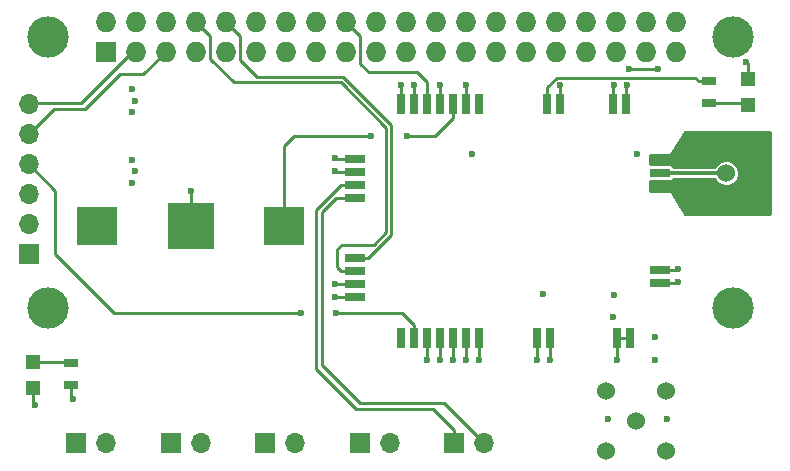
<source format=gbr>
G04 #@! TF.FileFunction,Copper,L1,Top,Signal*
%FSLAX46Y46*%
G04 Gerber Fmt 4.6, Leading zero omitted, Abs format (unit mm)*
G04 Created by KiCad (PCBNEW 4.0.7) date 10/01/17 15:58:34*
%MOMM*%
%LPD*%
G01*
G04 APERTURE LIST*
%ADD10C,0.100000*%
%ADD11C,3.500000*%
%ADD12R,0.750000X1.800000*%
%ADD13R,1.800000X0.750000*%
%ADD14R,1.727200X1.727200*%
%ADD15O,1.727200X1.727200*%
%ADD16R,1.200000X1.200000*%
%ADD17C,1.524000*%
%ADD18R,3.500000X3.300000*%
%ADD19R,4.000000X4.000000*%
%ADD20R,1.700000X1.700000*%
%ADD21O,1.700000X1.700000*%
%ADD22R,1.300000X0.700000*%
%ADD23C,0.600000*%
%ADD24C,0.250000*%
%ADD25C,0.380000*%
%ADD26C,0.150000*%
%ADD27C,0.254000*%
G04 APERTURE END LIST*
D10*
D11*
X113500000Y-86500000D03*
X113500000Y-63500000D03*
X171500000Y-63500000D03*
X171500000Y-86500000D03*
D12*
X143396000Y-89024000D03*
X144496000Y-89024000D03*
X145596000Y-89024000D03*
X146696000Y-89024000D03*
X147796000Y-89024000D03*
X154896000Y-89024000D03*
X155996000Y-89024000D03*
X161696000Y-89024000D03*
X162796000Y-89024000D03*
D13*
X165296000Y-73924000D03*
X165296000Y-75024000D03*
X165296000Y-76124000D03*
X165296000Y-83224000D03*
X165296000Y-84324000D03*
D12*
X143396000Y-69224000D03*
X144496000Y-69224000D03*
X145596000Y-69224000D03*
X146696000Y-69224000D03*
X147796000Y-69224000D03*
X148896000Y-69224000D03*
X148896000Y-89024000D03*
X149996000Y-89024000D03*
X155796000Y-69224000D03*
X149996000Y-69224000D03*
X156896000Y-69224000D03*
X161396000Y-69224000D03*
X162496000Y-69224000D03*
D13*
X139496000Y-73824000D03*
X139496000Y-74924000D03*
X139496000Y-76024000D03*
X139496000Y-77124000D03*
X139496000Y-82224000D03*
X139496000Y-83324000D03*
X139496000Y-84424000D03*
X139496000Y-85524000D03*
D14*
X118390000Y-64750000D03*
D15*
X118390000Y-62210000D03*
X120930000Y-64750000D03*
X120930000Y-62210000D03*
X123470000Y-64750000D03*
X123470000Y-62210000D03*
X126010000Y-64750000D03*
X126010000Y-62210000D03*
X128550000Y-64750000D03*
X128550000Y-62210000D03*
X131090000Y-64750000D03*
X131090000Y-62210000D03*
X133630000Y-64750000D03*
X133630000Y-62210000D03*
X136170000Y-64750000D03*
X136170000Y-62210000D03*
X138710000Y-64750000D03*
X138710000Y-62210000D03*
X141250000Y-64750000D03*
X141250000Y-62210000D03*
X143790000Y-64750000D03*
X143790000Y-62210000D03*
X146330000Y-64750000D03*
X146330000Y-62210000D03*
X148870000Y-64750000D03*
X148870000Y-62210000D03*
X151410000Y-64750000D03*
X151410000Y-62210000D03*
X153950000Y-64750000D03*
X153950000Y-62210000D03*
X156490000Y-64750000D03*
X156490000Y-62210000D03*
X159030000Y-64750000D03*
X159030000Y-62210000D03*
X161570000Y-64750000D03*
X161570000Y-62210000D03*
X164110000Y-64750000D03*
X164110000Y-62210000D03*
X166650000Y-64750000D03*
X166650000Y-62210000D03*
D16*
X112250000Y-91050000D03*
X112250000Y-93250000D03*
X172750000Y-69250000D03*
X172750000Y-67050000D03*
D17*
X160778000Y-98555000D03*
X160778000Y-93475000D03*
X165858000Y-98555000D03*
X165858000Y-93475000D03*
X163318000Y-96015000D03*
X173478000Y-77600000D03*
X168398000Y-77600000D03*
X173478000Y-72520000D03*
X168398000Y-72520000D03*
X170938000Y-75060000D03*
D18*
X117700000Y-79500000D03*
X133500000Y-79500000D03*
D19*
X125600000Y-79500000D03*
D20*
X115900000Y-97900000D03*
D21*
X118440000Y-97900000D03*
D20*
X111900000Y-81900000D03*
D21*
X111900000Y-79360000D03*
X111900000Y-76820000D03*
X111900000Y-74280000D03*
X111900000Y-71740000D03*
X111900000Y-69200000D03*
D20*
X147900000Y-97900000D03*
D21*
X150440000Y-97900000D03*
D20*
X123900000Y-97900000D03*
D21*
X126440000Y-97900000D03*
D20*
X131900000Y-97900000D03*
D21*
X134440000Y-97900000D03*
D20*
X139900000Y-97900000D03*
D21*
X142440000Y-97900000D03*
D22*
X115500000Y-93000000D03*
X115500000Y-91100000D03*
X169500000Y-67250000D03*
X169500000Y-69150000D03*
D23*
X112400000Y-94650000D03*
X172650000Y-65650000D03*
X165900000Y-95900000D03*
X160900000Y-95900000D03*
X161333000Y-87251000D03*
X164900000Y-88900000D03*
X164900000Y-90900000D03*
X161400000Y-85400000D03*
X163400000Y-73400000D03*
X149400000Y-73400000D03*
X125600000Y-76600000D03*
X143400000Y-67600000D03*
X137800000Y-74900000D03*
X137800000Y-84400000D03*
X145600000Y-90900000D03*
X146700000Y-90900000D03*
X148900000Y-90900000D03*
X150000000Y-90900000D03*
X156000000Y-90900000D03*
X161700000Y-90900000D03*
X166900000Y-84300000D03*
X166900000Y-83200000D03*
X166900000Y-76100000D03*
X166900000Y-73900000D03*
X162500000Y-67600000D03*
X161400000Y-67600000D03*
X156900000Y-67600000D03*
X148900000Y-67600000D03*
X146700000Y-67600000D03*
X120650000Y-75900000D03*
X120650000Y-73900000D03*
X120900000Y-74900000D03*
X120650000Y-69900000D03*
X120650000Y-67900000D03*
X120900000Y-68900000D03*
X115650000Y-94150000D03*
X155400000Y-85300000D03*
X144500000Y-67600000D03*
X137800000Y-73800000D03*
X137800000Y-85500000D03*
X147800000Y-90900000D03*
X154900000Y-90900000D03*
X134900000Y-86900000D03*
X137900000Y-86900000D03*
X143900000Y-71900000D03*
X140900000Y-71900000D03*
X165199809Y-66253720D03*
X162745761Y-66208483D03*
D24*
X112250000Y-93250000D02*
X112250000Y-94500000D01*
X112250000Y-94500000D02*
X112400000Y-94650000D01*
X172750000Y-67050000D02*
X172750000Y-65750000D01*
X172750000Y-65750000D02*
X172650000Y-65650000D01*
X125600000Y-79500000D02*
X125600000Y-76600000D01*
X143396000Y-69224000D02*
X143396000Y-67604000D01*
X143396000Y-67604000D02*
X143400000Y-67600000D01*
X139496000Y-74924000D02*
X137824000Y-74924000D01*
X137824000Y-74924000D02*
X137800000Y-74900000D01*
X139496000Y-84424000D02*
X137824000Y-84424000D01*
X137824000Y-84424000D02*
X137800000Y-84400000D01*
X145596000Y-89024000D02*
X145596000Y-90896000D01*
X145596000Y-90896000D02*
X145600000Y-90900000D01*
X146696000Y-89024000D02*
X146696000Y-90896000D01*
X146696000Y-90896000D02*
X146700000Y-90900000D01*
X148896000Y-89024000D02*
X148896000Y-90896000D01*
X148896000Y-90896000D02*
X148900000Y-90900000D01*
X149996000Y-89024000D02*
X149996000Y-90896000D01*
X149996000Y-90896000D02*
X150000000Y-90900000D01*
X155996000Y-89024000D02*
X155996000Y-90896000D01*
X155996000Y-90896000D02*
X156000000Y-90900000D01*
X161696000Y-89024000D02*
X161696000Y-90896000D01*
X161696000Y-90896000D02*
X161700000Y-90900000D01*
X162796000Y-89024000D02*
X161696000Y-89024000D01*
X165296000Y-84324000D02*
X166876000Y-84324000D01*
X166876000Y-84324000D02*
X166900000Y-84300000D01*
X165296000Y-83224000D02*
X166876000Y-83224000D01*
X166876000Y-83224000D02*
X166900000Y-83200000D01*
X165296000Y-76124000D02*
X166876000Y-76124000D01*
X166876000Y-76124000D02*
X166900000Y-76100000D01*
X165296000Y-73924000D02*
X166876000Y-73924000D01*
X166876000Y-73924000D02*
X166900000Y-73900000D01*
X162496000Y-69224000D02*
X162496000Y-67604000D01*
X162496000Y-67604000D02*
X162500000Y-67600000D01*
X161396000Y-69224000D02*
X161396000Y-67604000D01*
X161396000Y-67604000D02*
X161400000Y-67600000D01*
X156896000Y-69224000D02*
X156896000Y-67604000D01*
X156896000Y-67604000D02*
X156900000Y-67600000D01*
X148896000Y-69224000D02*
X148896000Y-67604000D01*
X148896000Y-67604000D02*
X148900000Y-67600000D01*
X146696000Y-69224000D02*
X146696000Y-67604000D01*
X146696000Y-67604000D02*
X146700000Y-67600000D01*
X115500000Y-93000000D02*
X115500000Y-94000000D01*
X115500000Y-94000000D02*
X115650000Y-94150000D01*
X144496000Y-69224000D02*
X144496000Y-67604000D01*
X144496000Y-67604000D02*
X144500000Y-67600000D01*
X139496000Y-73824000D02*
X137824000Y-73824000D01*
X137824000Y-73824000D02*
X137800000Y-73800000D01*
X139496000Y-85524000D02*
X137824000Y-85524000D01*
X137824000Y-85524000D02*
X137800000Y-85500000D01*
X147796000Y-89024000D02*
X147796000Y-90896000D01*
X147796000Y-90896000D02*
X147800000Y-90900000D01*
X154896000Y-89024000D02*
X154896000Y-90896000D01*
X154896000Y-90896000D02*
X154900000Y-90900000D01*
X165420646Y-66980503D02*
X165426150Y-66974999D01*
X168324999Y-66974999D02*
X168600000Y-67250000D01*
X155796000Y-69224000D02*
X155796000Y-67778998D01*
X164492683Y-66980503D02*
X165420646Y-66980503D01*
X155796000Y-67778998D02*
X156599999Y-66974999D01*
X156599999Y-66974999D02*
X164487179Y-66974999D01*
X165426150Y-66974999D02*
X168324999Y-66974999D01*
X164487179Y-66974999D02*
X164492683Y-66980503D01*
X168600000Y-67250000D02*
X169500000Y-67250000D01*
X139496000Y-77124000D02*
X137898740Y-77124000D01*
X136699585Y-78323155D02*
X136699585Y-91299585D01*
X139949989Y-94549989D02*
X147089990Y-94549990D01*
X137898740Y-77124000D02*
X136699585Y-78323155D01*
X136699585Y-91299585D02*
X139949989Y-94549989D01*
X149590001Y-97050001D02*
X150440000Y-97900000D01*
X147089990Y-94549990D02*
X149590001Y-97050001D01*
D25*
X165296000Y-75024000D02*
X170902000Y-75024000D01*
X170902000Y-75024000D02*
X170938000Y-75060000D01*
D26*
X170847600Y-74500000D02*
X171000000Y-74500000D01*
D24*
X134900000Y-86900000D02*
X119150000Y-86900000D01*
X119150000Y-86900000D02*
X114150000Y-81900000D01*
X114150000Y-81900000D02*
X114150000Y-76530000D01*
X114150000Y-76530000D02*
X111900000Y-74280000D01*
X144496000Y-89024000D02*
X144496000Y-87874000D01*
X144496000Y-87874000D02*
X143522000Y-86900000D01*
X143522000Y-86900000D02*
X137900000Y-86900000D01*
X116666410Y-69650000D02*
X113990000Y-69650000D01*
X113990000Y-69650000D02*
X111900000Y-71740000D01*
X121561795Y-66658205D02*
X119658205Y-66658205D01*
X119658205Y-66658205D02*
X116666410Y-69650000D01*
X123470000Y-64750000D02*
X121561795Y-66658205D01*
X111900000Y-69200000D02*
X111950948Y-69149052D01*
X111950948Y-69149052D02*
X116275263Y-69149052D01*
X116275263Y-69149052D02*
X120674315Y-64750000D01*
X120674315Y-64750000D02*
X120930000Y-64750000D01*
X139496000Y-83324000D02*
X138346000Y-83324000D01*
X138400000Y-81100000D02*
X141100000Y-81100000D01*
X138346000Y-83324000D02*
X138000000Y-82978000D01*
X142149990Y-71186400D02*
X138313600Y-67350010D01*
X138000000Y-82978000D02*
X138000000Y-81500000D01*
X138000000Y-81500000D02*
X138400000Y-81100000D01*
X142149990Y-80050010D02*
X142149990Y-71186400D01*
X126873599Y-63073599D02*
X126010000Y-62210000D01*
X141100000Y-81100000D02*
X142149990Y-80050010D01*
X138313600Y-67350010D02*
X129228082Y-67350010D01*
X129228082Y-67350010D02*
X127259369Y-65381297D01*
X127259369Y-65381297D02*
X127259369Y-63459369D01*
X127259369Y-63459369D02*
X126873599Y-63073599D01*
X139496000Y-82224000D02*
X140646000Y-82224000D01*
X140646000Y-82224000D02*
X142600000Y-80270000D01*
X142600000Y-80270000D02*
X142600000Y-71000000D01*
X142600000Y-71000000D02*
X138500000Y-66900000D01*
X138500000Y-66900000D02*
X131200000Y-66900000D01*
X131200000Y-66900000D02*
X129800000Y-65500000D01*
X129800000Y-65500000D02*
X129800000Y-63460000D01*
X129800000Y-63460000D02*
X128550000Y-62210000D01*
X133500000Y-79500000D02*
X133500000Y-72736958D01*
X133500000Y-72736958D02*
X134336958Y-71900000D01*
X134336958Y-71900000D02*
X140900000Y-71900000D01*
X143900000Y-71900000D02*
X146270000Y-71900000D01*
X146270000Y-71900000D02*
X147796000Y-70374000D01*
X147796000Y-70374000D02*
X147796000Y-69224000D01*
X139496000Y-76024000D02*
X138346000Y-76024000D01*
X138346000Y-76024000D02*
X136234144Y-78135856D01*
X136234144Y-78135856D02*
X136234144Y-91634144D01*
X136234144Y-91634144D02*
X139600000Y-95000000D01*
X139600000Y-95000000D02*
X146133759Y-95000000D01*
X146133759Y-95000000D02*
X147900000Y-96766241D01*
X147900000Y-96766241D02*
X147900000Y-97900000D01*
X145596000Y-69224000D02*
X145596000Y-67373344D01*
X145596000Y-67373344D02*
X144722656Y-66500000D01*
X144722656Y-66500000D02*
X140658461Y-66500000D01*
X140658461Y-66500000D02*
X139976512Y-65818051D01*
X139976512Y-63476512D02*
X139573599Y-63073599D01*
X139976512Y-65818051D02*
X139976512Y-63476512D01*
X139573599Y-63073599D02*
X138710000Y-62210000D01*
X165154572Y-66208483D02*
X165199809Y-66253720D01*
X162745761Y-66208483D02*
X165154572Y-66208483D01*
X112250000Y-91050000D02*
X115450000Y-91050000D01*
X115450000Y-91050000D02*
X115500000Y-91100000D01*
X169500000Y-69150000D02*
X172650000Y-69150000D01*
X172650000Y-69150000D02*
X172750000Y-69250000D01*
D27*
G36*
X174648000Y-78523000D02*
X167470390Y-78523000D01*
X166257696Y-76582690D01*
X166223024Y-76546094D01*
X166176845Y-76525870D01*
X166150000Y-76523000D01*
X164527000Y-76523000D01*
X164527000Y-75732406D01*
X166196000Y-75732406D01*
X166317179Y-75709605D01*
X166428474Y-75637988D01*
X166494743Y-75541000D01*
X169958445Y-75541000D01*
X170014252Y-75676063D01*
X170320326Y-75982671D01*
X170720434Y-76148811D01*
X171153665Y-76149189D01*
X171554063Y-75983748D01*
X171860671Y-75677674D01*
X172026811Y-75277566D01*
X172027189Y-74844335D01*
X171861748Y-74443937D01*
X171555674Y-74137329D01*
X171155566Y-73971189D01*
X170722335Y-73970811D01*
X170321937Y-74136252D01*
X170015329Y-74442326D01*
X169988474Y-74507000D01*
X166493207Y-74507000D01*
X166434988Y-74416526D01*
X166325714Y-74341862D01*
X166196000Y-74315594D01*
X164527000Y-74315594D01*
X164527000Y-73527000D01*
X166150000Y-73527000D01*
X166199410Y-73516994D01*
X166241035Y-73488553D01*
X166257696Y-73467310D01*
X167470390Y-71527000D01*
X174648000Y-71527000D01*
X174648000Y-78523000D01*
X174648000Y-78523000D01*
G37*
X174648000Y-78523000D02*
X167470390Y-78523000D01*
X166257696Y-76582690D01*
X166223024Y-76546094D01*
X166176845Y-76525870D01*
X166150000Y-76523000D01*
X164527000Y-76523000D01*
X164527000Y-75732406D01*
X166196000Y-75732406D01*
X166317179Y-75709605D01*
X166428474Y-75637988D01*
X166494743Y-75541000D01*
X169958445Y-75541000D01*
X170014252Y-75676063D01*
X170320326Y-75982671D01*
X170720434Y-76148811D01*
X171153665Y-76149189D01*
X171554063Y-75983748D01*
X171860671Y-75677674D01*
X172026811Y-75277566D01*
X172027189Y-74844335D01*
X171861748Y-74443937D01*
X171555674Y-74137329D01*
X171155566Y-73971189D01*
X170722335Y-73970811D01*
X170321937Y-74136252D01*
X170015329Y-74442326D01*
X169988474Y-74507000D01*
X166493207Y-74507000D01*
X166434988Y-74416526D01*
X166325714Y-74341862D01*
X166196000Y-74315594D01*
X164527000Y-74315594D01*
X164527000Y-73527000D01*
X166150000Y-73527000D01*
X166199410Y-73516994D01*
X166241035Y-73488553D01*
X166257696Y-73467310D01*
X167470390Y-71527000D01*
X174648000Y-71527000D01*
X174648000Y-78523000D01*
M02*

</source>
